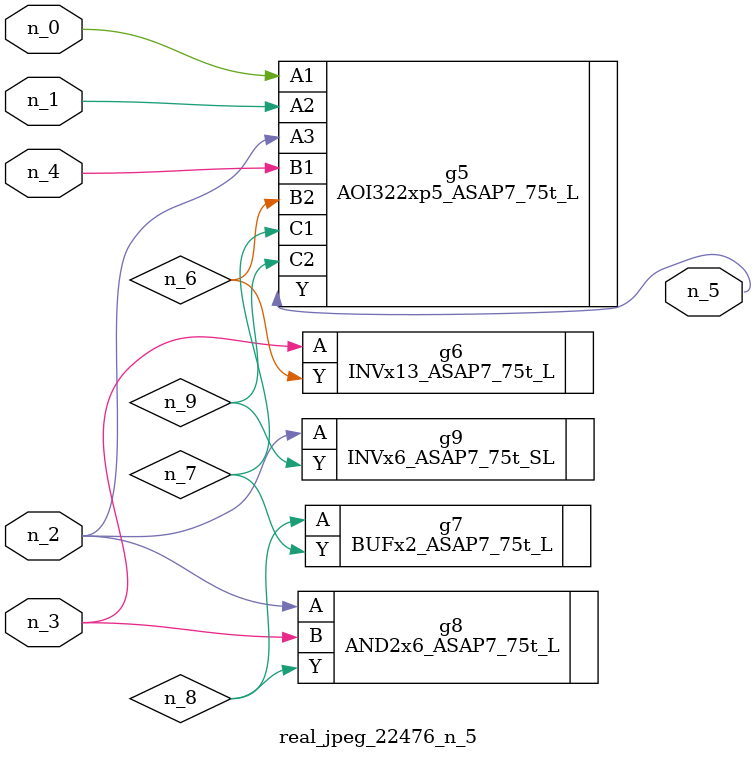
<source format=v>
module real_jpeg_22476_n_5 (n_4, n_0, n_1, n_2, n_3, n_5);

input n_4;
input n_0;
input n_1;
input n_2;
input n_3;

output n_5;

wire n_8;
wire n_6;
wire n_7;
wire n_9;

AOI322xp5_ASAP7_75t_L g5 ( 
.A1(n_0),
.A2(n_1),
.A3(n_2),
.B1(n_4),
.B2(n_6),
.C1(n_7),
.C2(n_9),
.Y(n_5)
);

AND2x6_ASAP7_75t_L g8 ( 
.A(n_2),
.B(n_3),
.Y(n_8)
);

INVx6_ASAP7_75t_SL g9 ( 
.A(n_2),
.Y(n_9)
);

INVx13_ASAP7_75t_L g6 ( 
.A(n_3),
.Y(n_6)
);

BUFx2_ASAP7_75t_L g7 ( 
.A(n_8),
.Y(n_7)
);


endmodule
</source>
